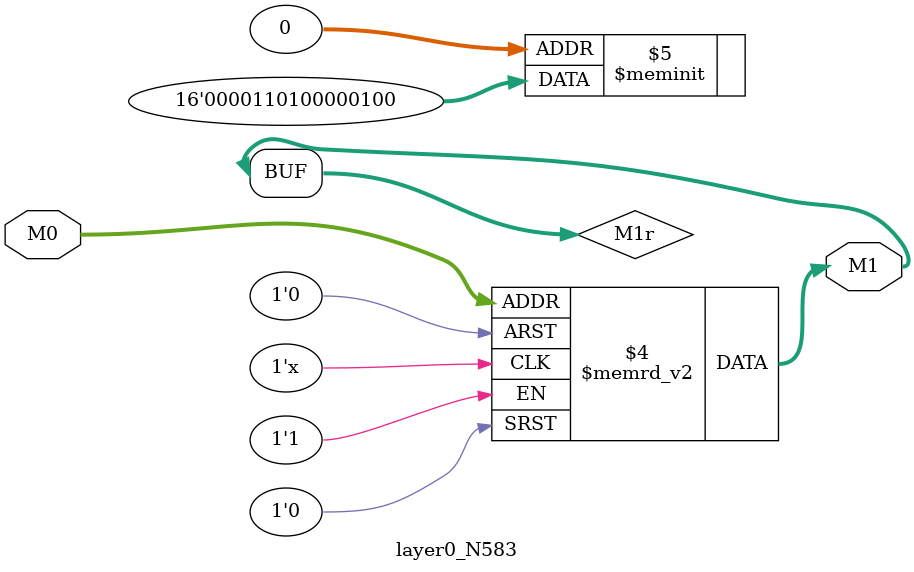
<source format=v>
module layer0_N583 ( input [2:0] M0, output [1:0] M1 );

	(*rom_style = "distributed" *) reg [1:0] M1r;
	assign M1 = M1r;
	always @ (M0) begin
		case (M0)
			3'b000: M1r = 2'b00;
			3'b100: M1r = 2'b01;
			3'b010: M1r = 2'b00;
			3'b110: M1r = 2'b00;
			3'b001: M1r = 2'b01;
			3'b101: M1r = 2'b11;
			3'b011: M1r = 2'b00;
			3'b111: M1r = 2'b00;

		endcase
	end
endmodule

</source>
